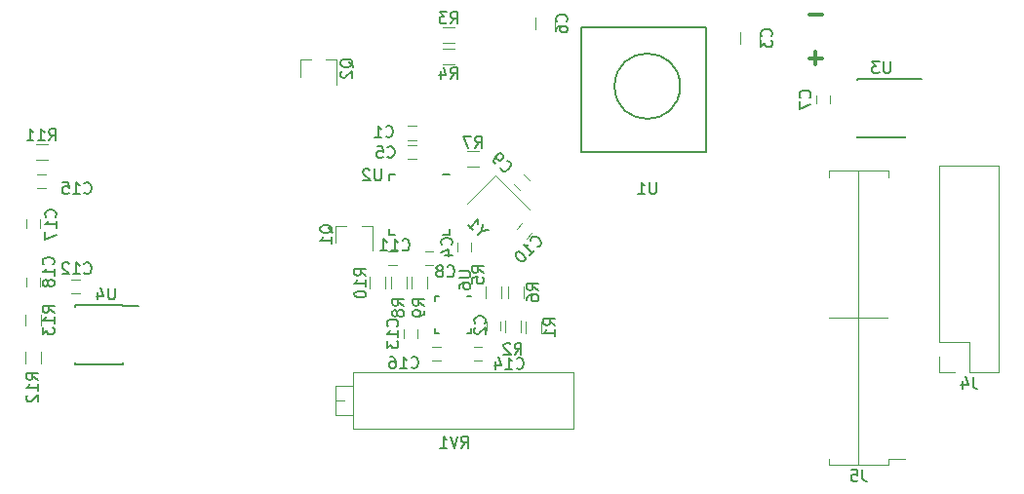
<source format=gbo>
G04 #@! TF.FileFunction,Profile,NP*
%FSLAX46Y46*%
G04 Gerber Fmt 4.6, Leading zero omitted, Abs format (unit mm)*
G04 Created by KiCad (PCBNEW 4.0.7) date *
%MOMM*%
%LPD*%
G01*
G04 APERTURE LIST*
%ADD10C,0.100000*%
%ADD11C,0.300000*%
%ADD12C,0.150000*%
%ADD13C,0.120000*%
G04 APERTURE END LIST*
D10*
D11*
X178498572Y-87102143D02*
X179641429Y-87102143D01*
X179070000Y-87673571D02*
X179070000Y-86530714D01*
X178498572Y-83292143D02*
X179641429Y-83292143D01*
D10*
X180276000Y-109665003D02*
X185355999Y-109665003D01*
X182816000Y-122365004D02*
X182816000Y-96965003D01*
D12*
X142015000Y-97210000D02*
X142015000Y-97735000D01*
X147265000Y-102460000D02*
X147265000Y-101935000D01*
X142015000Y-102460000D02*
X142015000Y-101935000D01*
X147265000Y-97210000D02*
X146740000Y-97210000D01*
X147265000Y-102460000D02*
X146740000Y-102460000D01*
X142015000Y-102460000D02*
X142540000Y-102460000D01*
X142015000Y-97210000D02*
X142540000Y-97210000D01*
D13*
X180210000Y-121890000D02*
X180210000Y-122420000D01*
X180210000Y-122420000D02*
X185410000Y-122420000D01*
X185410000Y-122420000D02*
X185410000Y-121890000D01*
X180210000Y-97430000D02*
X180210000Y-96900000D01*
X180210000Y-96900000D02*
X185410000Y-96900000D01*
X185410000Y-96900000D02*
X185410000Y-97430000D01*
X186830000Y-121890000D02*
X185410000Y-121890000D01*
X142005000Y-105057500D02*
X142705000Y-105057500D01*
X142705000Y-103857500D02*
X142005000Y-103857500D01*
X143680000Y-94199000D02*
X144380000Y-94199000D01*
X144380000Y-92999000D02*
X143680000Y-92999000D01*
X151730000Y-110725000D02*
X151730000Y-110025000D01*
X150530000Y-110025000D02*
X150530000Y-110725000D01*
X174205000Y-84860000D02*
X174205000Y-85860000D01*
X172505000Y-85860000D02*
X172505000Y-84860000D01*
X149190000Y-103855000D02*
X149190000Y-103155000D01*
X147990000Y-103155000D02*
X147990000Y-103855000D01*
X144380000Y-94650000D02*
X143680000Y-94650000D01*
X143680000Y-95850000D02*
X144380000Y-95850000D01*
X156425000Y-83590000D02*
X156425000Y-84590000D01*
X154725000Y-84590000D02*
X154725000Y-83590000D01*
X180305000Y-91040000D02*
X180305000Y-90340000D01*
X179105000Y-90340000D02*
X179105000Y-91040000D01*
X145880000Y-103857500D02*
X145180000Y-103857500D01*
X145180000Y-105057500D02*
X145880000Y-105057500D01*
X152893579Y-98071447D02*
X153388553Y-98566421D01*
X154237081Y-97717893D02*
X153742107Y-97222919D01*
X153951447Y-102802081D02*
X154446421Y-102307107D01*
X153597893Y-101458579D02*
X153102919Y-101953553D01*
X115170000Y-106310000D02*
X114470000Y-106310000D01*
X114470000Y-107510000D02*
X115170000Y-107510000D01*
X144491000Y-111399500D02*
X144491000Y-110699500D01*
X143291000Y-110699500D02*
X143291000Y-111399500D01*
X149395000Y-113376000D02*
X150095000Y-113376000D01*
X150095000Y-112176000D02*
X149395000Y-112176000D01*
X111525000Y-98390000D02*
X112225000Y-98390000D01*
X112225000Y-97190000D02*
X111525000Y-97190000D01*
X145815000Y-113376000D02*
X146515000Y-113376000D01*
X146515000Y-112176000D02*
X145815000Y-112176000D01*
X111725000Y-101835000D02*
X111725000Y-101135000D01*
X110525000Y-101135000D02*
X110525000Y-101835000D01*
X111725000Y-106915000D02*
X111725000Y-106215000D01*
X110525000Y-106215000D02*
X110525000Y-106915000D01*
X189805000Y-96460000D02*
X195005000Y-96460000D01*
X189805000Y-111760000D02*
X189805000Y-96460000D01*
X195005000Y-114360000D02*
X195005000Y-96460000D01*
X189805000Y-111760000D02*
X192405000Y-111760000D01*
X192405000Y-111760000D02*
X192405000Y-114360000D01*
X192405000Y-114360000D02*
X195005000Y-114360000D01*
X189805000Y-113030000D02*
X189805000Y-114360000D01*
X189805000Y-114360000D02*
X191135000Y-114360000D01*
X137421500Y-101649500D02*
X138351500Y-101649500D01*
X140581500Y-101649500D02*
X139651500Y-101649500D01*
X140581500Y-101649500D02*
X140581500Y-103809500D01*
X137421500Y-101649500D02*
X137421500Y-103109500D01*
X134310000Y-87235000D02*
X135240000Y-87235000D01*
X137470000Y-87235000D02*
X136540000Y-87235000D01*
X137470000Y-87235000D02*
X137470000Y-89395000D01*
X134310000Y-87235000D02*
X134310000Y-88695000D01*
X153879000Y-109978000D02*
X153879000Y-110978000D01*
X155239000Y-110978000D02*
X155239000Y-109978000D01*
X153461000Y-110938500D02*
X153461000Y-109938500D01*
X152101000Y-109938500D02*
X152101000Y-110938500D01*
X146705000Y-85770000D02*
X147705000Y-85770000D01*
X147705000Y-84410000D02*
X146705000Y-84410000D01*
X147705000Y-86315000D02*
X146705000Y-86315000D01*
X146705000Y-87675000D02*
X147705000Y-87675000D01*
X150450000Y-106930000D02*
X150450000Y-107930000D01*
X151810000Y-107930000D02*
X151810000Y-106930000D01*
X152355000Y-106930000D02*
X152355000Y-107930000D01*
X153715000Y-107930000D02*
X153715000Y-106930000D01*
X148840000Y-96565000D02*
X149840000Y-96565000D01*
X149840000Y-95205000D02*
X148840000Y-95205000D01*
X142195000Y-106116500D02*
X142195000Y-107116500D01*
X143555000Y-107116500D02*
X143555000Y-106116500D01*
X143973000Y-106128500D02*
X143973000Y-107128500D01*
X145333000Y-107128500D02*
X145333000Y-106128500D01*
X141713500Y-107128500D02*
X141713500Y-106128500D01*
X140353500Y-106128500D02*
X140353500Y-107128500D01*
X110445000Y-112645000D02*
X110445000Y-113645000D01*
X111805000Y-113645000D02*
X111805000Y-112645000D01*
X111805000Y-110355000D02*
X111805000Y-109355000D01*
X110445000Y-109355000D02*
X110445000Y-110355000D01*
X138880000Y-119315000D02*
X158051000Y-119315000D01*
X138880000Y-114364000D02*
X158051000Y-114364000D01*
X138880000Y-119315000D02*
X138880000Y-114364000D01*
X158051000Y-119315000D02*
X158051000Y-114364000D01*
X137360000Y-118080000D02*
X138879000Y-118080000D01*
X137360000Y-115600000D02*
X138879000Y-115600000D01*
X137360000Y-118080000D02*
X137360000Y-115600000D01*
X138879000Y-118080000D02*
X138879000Y-115600000D01*
X137360000Y-116840000D02*
X138120000Y-116840000D01*
D12*
X167304806Y-89535000D02*
G75*
G03X167304806Y-89535000I-2839806J0D01*
G01*
X169545000Y-84455000D02*
X158750000Y-84455000D01*
X158750000Y-95250000D02*
X169545000Y-95250000D01*
X158750000Y-95250000D02*
X158750000Y-84455000D01*
X169545000Y-95250000D02*
X158750000Y-95250000D01*
X169545000Y-84455000D02*
X169545000Y-95250000D01*
X186860000Y-88865000D02*
X186860000Y-88915000D01*
X182710000Y-88865000D02*
X182710000Y-89010000D01*
X182710000Y-94015000D02*
X182710000Y-93870000D01*
X186860000Y-94015000D02*
X186860000Y-93870000D01*
X186860000Y-88865000D02*
X182710000Y-88865000D01*
X186860000Y-94015000D02*
X182710000Y-94015000D01*
X186860000Y-88915000D02*
X188260000Y-88915000D01*
X118915000Y-108550000D02*
X118915000Y-108600000D01*
X114765000Y-108550000D02*
X114765000Y-108695000D01*
X114765000Y-113700000D02*
X114765000Y-113555000D01*
X118915000Y-113700000D02*
X118915000Y-113555000D01*
X118915000Y-108550000D02*
X114765000Y-108550000D01*
X118915000Y-113700000D02*
X114765000Y-113700000D01*
X118915000Y-108600000D02*
X120315000Y-108600000D01*
X149190000Y-110971000D02*
X149190000Y-110571000D01*
X149190000Y-110971000D02*
X148790000Y-110971000D01*
X145990000Y-110971000D02*
X145990000Y-110571000D01*
X145990000Y-110971000D02*
X146390000Y-110971000D01*
X145990000Y-107771000D02*
X145990000Y-108171000D01*
X145990000Y-107771000D02*
X146390000Y-107771000D01*
X149190000Y-107771000D02*
X148790000Y-107771000D01*
D13*
X148792359Y-99767513D02*
X151267233Y-97292639D01*
X151267233Y-97292639D02*
X154237081Y-100262487D01*
X111375000Y-95930000D02*
X112375000Y-95930000D01*
X112375000Y-94570000D02*
X111375000Y-94570000D01*
D12*
X141350905Y-96734381D02*
X141350905Y-97543905D01*
X141303286Y-97639143D01*
X141255667Y-97686762D01*
X141160429Y-97734381D01*
X140969952Y-97734381D01*
X140874714Y-97686762D01*
X140827095Y-97639143D01*
X140779476Y-97543905D01*
X140779476Y-96734381D01*
X140350905Y-96829619D02*
X140303286Y-96782000D01*
X140208048Y-96734381D01*
X139969952Y-96734381D01*
X139874714Y-96782000D01*
X139827095Y-96829619D01*
X139779476Y-96924857D01*
X139779476Y-97020095D01*
X139827095Y-97162952D01*
X140398524Y-97734381D01*
X139779476Y-97734381D01*
X183143333Y-122872381D02*
X183143333Y-123586667D01*
X183190953Y-123729524D01*
X183286191Y-123824762D01*
X183429048Y-123872381D01*
X183524286Y-123872381D01*
X182190952Y-122872381D02*
X182667143Y-122872381D01*
X182714762Y-123348571D01*
X182667143Y-123300952D01*
X182571905Y-123253333D01*
X182333809Y-123253333D01*
X182238571Y-123300952D01*
X182190952Y-123348571D01*
X182143333Y-123443810D01*
X182143333Y-123681905D01*
X182190952Y-123777143D01*
X182238571Y-123824762D01*
X182333809Y-123872381D01*
X182571905Y-123872381D01*
X182667143Y-123824762D01*
X182714762Y-123777143D01*
X143200357Y-103735143D02*
X143247976Y-103782762D01*
X143390833Y-103830381D01*
X143486071Y-103830381D01*
X143628929Y-103782762D01*
X143724167Y-103687524D01*
X143771786Y-103592286D01*
X143819405Y-103401810D01*
X143819405Y-103258952D01*
X143771786Y-103068476D01*
X143724167Y-102973238D01*
X143628929Y-102878000D01*
X143486071Y-102830381D01*
X143390833Y-102830381D01*
X143247976Y-102878000D01*
X143200357Y-102925619D01*
X142247976Y-103830381D02*
X142819405Y-103830381D01*
X142533691Y-103830381D02*
X142533691Y-102830381D01*
X142628929Y-102973238D01*
X142724167Y-103068476D01*
X142819405Y-103116095D01*
X141295595Y-103830381D02*
X141867024Y-103830381D01*
X141581310Y-103830381D02*
X141581310Y-102830381D01*
X141676548Y-102973238D01*
X141771786Y-103068476D01*
X141867024Y-103116095D01*
X141771666Y-93892643D02*
X141819285Y-93940262D01*
X141962142Y-93987881D01*
X142057380Y-93987881D01*
X142200238Y-93940262D01*
X142295476Y-93845024D01*
X142343095Y-93749786D01*
X142390714Y-93559310D01*
X142390714Y-93416452D01*
X142343095Y-93225976D01*
X142295476Y-93130738D01*
X142200238Y-93035500D01*
X142057380Y-92987881D01*
X141962142Y-92987881D01*
X141819285Y-93035500D01*
X141771666Y-93083119D01*
X140819285Y-93987881D02*
X141390714Y-93987881D01*
X141105000Y-93987881D02*
X141105000Y-92987881D01*
X141200238Y-93130738D01*
X141295476Y-93225976D01*
X141390714Y-93273595D01*
X150344143Y-110132834D02*
X150391762Y-110085215D01*
X150439381Y-109942358D01*
X150439381Y-109847120D01*
X150391762Y-109704262D01*
X150296524Y-109609024D01*
X150201286Y-109561405D01*
X150010810Y-109513786D01*
X149867952Y-109513786D01*
X149677476Y-109561405D01*
X149582238Y-109609024D01*
X149487000Y-109704262D01*
X149439381Y-109847120D01*
X149439381Y-109942358D01*
X149487000Y-110085215D01*
X149534619Y-110132834D01*
X149534619Y-110513786D02*
X149487000Y-110561405D01*
X149439381Y-110656643D01*
X149439381Y-110894739D01*
X149487000Y-110989977D01*
X149534619Y-111037596D01*
X149629857Y-111085215D01*
X149725095Y-111085215D01*
X149867952Y-111037596D01*
X150439381Y-110466167D01*
X150439381Y-111085215D01*
X175212143Y-85193334D02*
X175259762Y-85145715D01*
X175307381Y-85002858D01*
X175307381Y-84907620D01*
X175259762Y-84764762D01*
X175164524Y-84669524D01*
X175069286Y-84621905D01*
X174878810Y-84574286D01*
X174735952Y-84574286D01*
X174545476Y-84621905D01*
X174450238Y-84669524D01*
X174355000Y-84764762D01*
X174307381Y-84907620D01*
X174307381Y-85002858D01*
X174355000Y-85145715D01*
X174402619Y-85193334D01*
X174307381Y-85526667D02*
X174307381Y-86145715D01*
X174688333Y-85812381D01*
X174688333Y-85955239D01*
X174735952Y-86050477D01*
X174783571Y-86098096D01*
X174878810Y-86145715D01*
X175116905Y-86145715D01*
X175212143Y-86098096D01*
X175259762Y-86050477D01*
X175307381Y-85955239D01*
X175307381Y-85669524D01*
X175259762Y-85574286D01*
X175212143Y-85526667D01*
X147447143Y-103338334D02*
X147494762Y-103290715D01*
X147542381Y-103147858D01*
X147542381Y-103052620D01*
X147494762Y-102909762D01*
X147399524Y-102814524D01*
X147304286Y-102766905D01*
X147113810Y-102719286D01*
X146970952Y-102719286D01*
X146780476Y-102766905D01*
X146685238Y-102814524D01*
X146590000Y-102909762D01*
X146542381Y-103052620D01*
X146542381Y-103147858D01*
X146590000Y-103290715D01*
X146637619Y-103338334D01*
X146875714Y-104195477D02*
X147542381Y-104195477D01*
X146494762Y-103957381D02*
X147209048Y-103719286D01*
X147209048Y-104338334D01*
X141898666Y-95670643D02*
X141946285Y-95718262D01*
X142089142Y-95765881D01*
X142184380Y-95765881D01*
X142327238Y-95718262D01*
X142422476Y-95623024D01*
X142470095Y-95527786D01*
X142517714Y-95337310D01*
X142517714Y-95194452D01*
X142470095Y-95003976D01*
X142422476Y-94908738D01*
X142327238Y-94813500D01*
X142184380Y-94765881D01*
X142089142Y-94765881D01*
X141946285Y-94813500D01*
X141898666Y-94861119D01*
X140993904Y-94765881D02*
X141470095Y-94765881D01*
X141517714Y-95242071D01*
X141470095Y-95194452D01*
X141374857Y-95146833D01*
X141136761Y-95146833D01*
X141041523Y-95194452D01*
X140993904Y-95242071D01*
X140946285Y-95337310D01*
X140946285Y-95575405D01*
X140993904Y-95670643D01*
X141041523Y-95718262D01*
X141136761Y-95765881D01*
X141374857Y-95765881D01*
X141470095Y-95718262D01*
X141517714Y-95670643D01*
X157432143Y-83923334D02*
X157479762Y-83875715D01*
X157527381Y-83732858D01*
X157527381Y-83637620D01*
X157479762Y-83494762D01*
X157384524Y-83399524D01*
X157289286Y-83351905D01*
X157098810Y-83304286D01*
X156955952Y-83304286D01*
X156765476Y-83351905D01*
X156670238Y-83399524D01*
X156575000Y-83494762D01*
X156527381Y-83637620D01*
X156527381Y-83732858D01*
X156575000Y-83875715D01*
X156622619Y-83923334D01*
X156527381Y-84780477D02*
X156527381Y-84590000D01*
X156575000Y-84494762D01*
X156622619Y-84447143D01*
X156765476Y-84351905D01*
X156955952Y-84304286D01*
X157336905Y-84304286D01*
X157432143Y-84351905D01*
X157479762Y-84399524D01*
X157527381Y-84494762D01*
X157527381Y-84685239D01*
X157479762Y-84780477D01*
X157432143Y-84828096D01*
X157336905Y-84875715D01*
X157098810Y-84875715D01*
X157003571Y-84828096D01*
X156955952Y-84780477D01*
X156908333Y-84685239D01*
X156908333Y-84494762D01*
X156955952Y-84399524D01*
X157003571Y-84351905D01*
X157098810Y-84304286D01*
X178562143Y-90523334D02*
X178609762Y-90475715D01*
X178657381Y-90332858D01*
X178657381Y-90237620D01*
X178609762Y-90094762D01*
X178514524Y-89999524D01*
X178419286Y-89951905D01*
X178228810Y-89904286D01*
X178085952Y-89904286D01*
X177895476Y-89951905D01*
X177800238Y-89999524D01*
X177705000Y-90094762D01*
X177657381Y-90237620D01*
X177657381Y-90332858D01*
X177705000Y-90475715D01*
X177752619Y-90523334D01*
X177657381Y-90856667D02*
X177657381Y-91523334D01*
X178657381Y-91094762D01*
X147105666Y-106021143D02*
X147153285Y-106068762D01*
X147296142Y-106116381D01*
X147391380Y-106116381D01*
X147534238Y-106068762D01*
X147629476Y-105973524D01*
X147677095Y-105878286D01*
X147724714Y-105687810D01*
X147724714Y-105544952D01*
X147677095Y-105354476D01*
X147629476Y-105259238D01*
X147534238Y-105164000D01*
X147391380Y-105116381D01*
X147296142Y-105116381D01*
X147153285Y-105164000D01*
X147105666Y-105211619D01*
X146534238Y-105544952D02*
X146629476Y-105497333D01*
X146677095Y-105449714D01*
X146724714Y-105354476D01*
X146724714Y-105306857D01*
X146677095Y-105211619D01*
X146629476Y-105164000D01*
X146534238Y-105116381D01*
X146343761Y-105116381D01*
X146248523Y-105164000D01*
X146200904Y-105211619D01*
X146153285Y-105306857D01*
X146153285Y-105354476D01*
X146200904Y-105449714D01*
X146248523Y-105497333D01*
X146343761Y-105544952D01*
X146534238Y-105544952D01*
X146629476Y-105592571D01*
X146677095Y-105640190D01*
X146724714Y-105735429D01*
X146724714Y-105925905D01*
X146677095Y-106021143D01*
X146629476Y-106068762D01*
X146534238Y-106116381D01*
X146343761Y-106116381D01*
X146248523Y-106068762D01*
X146200904Y-106021143D01*
X146153285Y-105925905D01*
X146153285Y-105735429D01*
X146200904Y-105640190D01*
X146248523Y-105592571D01*
X146343761Y-105544952D01*
X151693812Y-96572889D02*
X151693812Y-96640232D01*
X151761156Y-96774919D01*
X151828499Y-96842263D01*
X151963187Y-96909607D01*
X152097874Y-96909607D01*
X152198889Y-96875935D01*
X152367247Y-96774920D01*
X152468263Y-96673904D01*
X152569278Y-96505545D01*
X152602950Y-96404530D01*
X152602950Y-96269843D01*
X152535606Y-96135156D01*
X152468263Y-96067812D01*
X152333576Y-96000469D01*
X152266232Y-96000469D01*
X151289752Y-96303515D02*
X151155065Y-96168828D01*
X151121393Y-96067812D01*
X151121393Y-96000469D01*
X151155064Y-95832110D01*
X151256079Y-95663752D01*
X151525454Y-95394377D01*
X151626469Y-95360706D01*
X151693812Y-95360706D01*
X151794828Y-95394377D01*
X151929515Y-95529065D01*
X151963187Y-95630080D01*
X151963187Y-95697424D01*
X151929515Y-95798439D01*
X151761157Y-95966797D01*
X151660141Y-96000469D01*
X151592797Y-96000470D01*
X151491782Y-95966798D01*
X151357095Y-95832110D01*
X151323423Y-95731095D01*
X151323424Y-95663751D01*
X151357095Y-95562736D01*
X154885107Y-103493470D02*
X154952450Y-103493470D01*
X155087137Y-103426126D01*
X155154481Y-103358783D01*
X155221825Y-103224095D01*
X155221825Y-103089408D01*
X155188153Y-102988393D01*
X155087138Y-102820035D01*
X154986122Y-102719019D01*
X154817763Y-102618004D01*
X154716748Y-102584332D01*
X154582061Y-102584332D01*
X154447374Y-102651676D01*
X154380030Y-102719019D01*
X154312687Y-102853706D01*
X154312687Y-102921050D01*
X154279015Y-104234248D02*
X154683076Y-103830187D01*
X154481046Y-104032217D02*
X153773939Y-103325110D01*
X153942298Y-103358782D01*
X154076985Y-103358782D01*
X154178000Y-103325110D01*
X153134176Y-103964874D02*
X153066832Y-104032218D01*
X153033160Y-104133233D01*
X153033160Y-104200576D01*
X153066832Y-104301592D01*
X153167847Y-104469950D01*
X153336206Y-104638310D01*
X153504565Y-104739325D01*
X153605580Y-104772996D01*
X153672924Y-104772996D01*
X153773939Y-104739325D01*
X153841283Y-104671981D01*
X153874955Y-104570965D01*
X153874955Y-104503622D01*
X153841283Y-104402607D01*
X153740268Y-104234248D01*
X153571908Y-104065889D01*
X153403550Y-103964874D01*
X153302535Y-103931202D01*
X153235191Y-103931202D01*
X153134176Y-103964874D01*
X115577857Y-105767143D02*
X115625476Y-105814762D01*
X115768333Y-105862381D01*
X115863571Y-105862381D01*
X116006429Y-105814762D01*
X116101667Y-105719524D01*
X116149286Y-105624286D01*
X116196905Y-105433810D01*
X116196905Y-105290952D01*
X116149286Y-105100476D01*
X116101667Y-105005238D01*
X116006429Y-104910000D01*
X115863571Y-104862381D01*
X115768333Y-104862381D01*
X115625476Y-104910000D01*
X115577857Y-104957619D01*
X114625476Y-105862381D02*
X115196905Y-105862381D01*
X114911191Y-105862381D02*
X114911191Y-104862381D01*
X115006429Y-105005238D01*
X115101667Y-105100476D01*
X115196905Y-105148095D01*
X114244524Y-104957619D02*
X114196905Y-104910000D01*
X114101667Y-104862381D01*
X113863571Y-104862381D01*
X113768333Y-104910000D01*
X113720714Y-104957619D01*
X113673095Y-105052857D01*
X113673095Y-105148095D01*
X113720714Y-105290952D01*
X114292143Y-105862381D01*
X113673095Y-105862381D01*
X142748143Y-110406643D02*
X142795762Y-110359024D01*
X142843381Y-110216167D01*
X142843381Y-110120929D01*
X142795762Y-109978071D01*
X142700524Y-109882833D01*
X142605286Y-109835214D01*
X142414810Y-109787595D01*
X142271952Y-109787595D01*
X142081476Y-109835214D01*
X141986238Y-109882833D01*
X141891000Y-109978071D01*
X141843381Y-110120929D01*
X141843381Y-110216167D01*
X141891000Y-110359024D01*
X141938619Y-110406643D01*
X142843381Y-111359024D02*
X142843381Y-110787595D01*
X142843381Y-111073309D02*
X141843381Y-111073309D01*
X141986238Y-110978071D01*
X142081476Y-110882833D01*
X142129095Y-110787595D01*
X141843381Y-111692357D02*
X141843381Y-112311405D01*
X142224333Y-111978071D01*
X142224333Y-112120929D01*
X142271952Y-112216167D01*
X142319571Y-112263786D01*
X142414810Y-112311405D01*
X142652905Y-112311405D01*
X142748143Y-112263786D01*
X142795762Y-112216167D01*
X142843381Y-112120929D01*
X142843381Y-111835214D01*
X142795762Y-111739976D01*
X142748143Y-111692357D01*
X153106357Y-114022143D02*
X153153976Y-114069762D01*
X153296833Y-114117381D01*
X153392071Y-114117381D01*
X153534929Y-114069762D01*
X153630167Y-113974524D01*
X153677786Y-113879286D01*
X153725405Y-113688810D01*
X153725405Y-113545952D01*
X153677786Y-113355476D01*
X153630167Y-113260238D01*
X153534929Y-113165000D01*
X153392071Y-113117381D01*
X153296833Y-113117381D01*
X153153976Y-113165000D01*
X153106357Y-113212619D01*
X152153976Y-114117381D02*
X152725405Y-114117381D01*
X152439691Y-114117381D02*
X152439691Y-113117381D01*
X152534929Y-113260238D01*
X152630167Y-113355476D01*
X152725405Y-113403095D01*
X151296833Y-113450714D02*
X151296833Y-114117381D01*
X151534929Y-113069762D02*
X151773024Y-113784048D01*
X151153976Y-113784048D01*
X115577857Y-98782143D02*
X115625476Y-98829762D01*
X115768333Y-98877381D01*
X115863571Y-98877381D01*
X116006429Y-98829762D01*
X116101667Y-98734524D01*
X116149286Y-98639286D01*
X116196905Y-98448810D01*
X116196905Y-98305952D01*
X116149286Y-98115476D01*
X116101667Y-98020238D01*
X116006429Y-97925000D01*
X115863571Y-97877381D01*
X115768333Y-97877381D01*
X115625476Y-97925000D01*
X115577857Y-97972619D01*
X114625476Y-98877381D02*
X115196905Y-98877381D01*
X114911191Y-98877381D02*
X114911191Y-97877381D01*
X115006429Y-98020238D01*
X115101667Y-98115476D01*
X115196905Y-98163095D01*
X113720714Y-97877381D02*
X114196905Y-97877381D01*
X114244524Y-98353571D01*
X114196905Y-98305952D01*
X114101667Y-98258333D01*
X113863571Y-98258333D01*
X113768333Y-98305952D01*
X113720714Y-98353571D01*
X113673095Y-98448810D01*
X113673095Y-98686905D01*
X113720714Y-98782143D01*
X113768333Y-98829762D01*
X113863571Y-98877381D01*
X114101667Y-98877381D01*
X114196905Y-98829762D01*
X114244524Y-98782143D01*
X143962357Y-113958643D02*
X144009976Y-114006262D01*
X144152833Y-114053881D01*
X144248071Y-114053881D01*
X144390929Y-114006262D01*
X144486167Y-113911024D01*
X144533786Y-113815786D01*
X144581405Y-113625310D01*
X144581405Y-113482452D01*
X144533786Y-113291976D01*
X144486167Y-113196738D01*
X144390929Y-113101500D01*
X144248071Y-113053881D01*
X144152833Y-113053881D01*
X144009976Y-113101500D01*
X143962357Y-113149119D01*
X143009976Y-114053881D02*
X143581405Y-114053881D01*
X143295691Y-114053881D02*
X143295691Y-113053881D01*
X143390929Y-113196738D01*
X143486167Y-113291976D01*
X143581405Y-113339595D01*
X142152833Y-113053881D02*
X142343310Y-113053881D01*
X142438548Y-113101500D01*
X142486167Y-113149119D01*
X142581405Y-113291976D01*
X142629024Y-113482452D01*
X142629024Y-113863405D01*
X142581405Y-113958643D01*
X142533786Y-114006262D01*
X142438548Y-114053881D01*
X142248071Y-114053881D01*
X142152833Y-114006262D01*
X142105214Y-113958643D01*
X142057595Y-113863405D01*
X142057595Y-113625310D01*
X142105214Y-113530071D01*
X142152833Y-113482452D01*
X142248071Y-113434833D01*
X142438548Y-113434833D01*
X142533786Y-113482452D01*
X142581405Y-113530071D01*
X142629024Y-113625310D01*
X113069643Y-100893643D02*
X113117262Y-100846024D01*
X113164881Y-100703167D01*
X113164881Y-100607929D01*
X113117262Y-100465071D01*
X113022024Y-100369833D01*
X112926786Y-100322214D01*
X112736310Y-100274595D01*
X112593452Y-100274595D01*
X112402976Y-100322214D01*
X112307738Y-100369833D01*
X112212500Y-100465071D01*
X112164881Y-100607929D01*
X112164881Y-100703167D01*
X112212500Y-100846024D01*
X112260119Y-100893643D01*
X113164881Y-101846024D02*
X113164881Y-101274595D01*
X113164881Y-101560309D02*
X112164881Y-101560309D01*
X112307738Y-101465071D01*
X112402976Y-101369833D01*
X112450595Y-101274595D01*
X112164881Y-102179357D02*
X112164881Y-102846024D01*
X113164881Y-102417452D01*
X112879143Y-105021143D02*
X112926762Y-104973524D01*
X112974381Y-104830667D01*
X112974381Y-104735429D01*
X112926762Y-104592571D01*
X112831524Y-104497333D01*
X112736286Y-104449714D01*
X112545810Y-104402095D01*
X112402952Y-104402095D01*
X112212476Y-104449714D01*
X112117238Y-104497333D01*
X112022000Y-104592571D01*
X111974381Y-104735429D01*
X111974381Y-104830667D01*
X112022000Y-104973524D01*
X112069619Y-105021143D01*
X112974381Y-105973524D02*
X112974381Y-105402095D01*
X112974381Y-105687809D02*
X111974381Y-105687809D01*
X112117238Y-105592571D01*
X112212476Y-105497333D01*
X112260095Y-105402095D01*
X112402952Y-106544952D02*
X112355333Y-106449714D01*
X112307714Y-106402095D01*
X112212476Y-106354476D01*
X112164857Y-106354476D01*
X112069619Y-106402095D01*
X112022000Y-106449714D01*
X111974381Y-106544952D01*
X111974381Y-106735429D01*
X112022000Y-106830667D01*
X112069619Y-106878286D01*
X112164857Y-106925905D01*
X112212476Y-106925905D01*
X112307714Y-106878286D01*
X112355333Y-106830667D01*
X112402952Y-106735429D01*
X112402952Y-106544952D01*
X112450571Y-106449714D01*
X112498190Y-106402095D01*
X112593429Y-106354476D01*
X112783905Y-106354476D01*
X112879143Y-106402095D01*
X112926762Y-106449714D01*
X112974381Y-106544952D01*
X112974381Y-106735429D01*
X112926762Y-106830667D01*
X112879143Y-106878286D01*
X112783905Y-106925905D01*
X112593429Y-106925905D01*
X112498190Y-106878286D01*
X112450571Y-106830667D01*
X112402952Y-106735429D01*
X192738333Y-114812381D02*
X192738333Y-115526667D01*
X192785953Y-115669524D01*
X192881191Y-115764762D01*
X193024048Y-115812381D01*
X193119286Y-115812381D01*
X191833571Y-115145714D02*
X191833571Y-115812381D01*
X192071667Y-114764762D02*
X192309762Y-115479048D01*
X191690714Y-115479048D01*
X137136119Y-102314262D02*
X137088500Y-102219024D01*
X136993262Y-102123786D01*
X136850405Y-101980929D01*
X136802786Y-101885690D01*
X136802786Y-101790452D01*
X137040881Y-101838071D02*
X136993262Y-101742833D01*
X136898024Y-101647595D01*
X136707548Y-101599976D01*
X136374214Y-101599976D01*
X136183738Y-101647595D01*
X136088500Y-101742833D01*
X136040881Y-101838071D01*
X136040881Y-102028548D01*
X136088500Y-102123786D01*
X136183738Y-102219024D01*
X136374214Y-102266643D01*
X136707548Y-102266643D01*
X136898024Y-102219024D01*
X136993262Y-102123786D01*
X137040881Y-102028548D01*
X137040881Y-101838071D01*
X137040881Y-103219024D02*
X137040881Y-102647595D01*
X137040881Y-102933309D02*
X136040881Y-102933309D01*
X136183738Y-102838071D01*
X136278976Y-102742833D01*
X136326595Y-102647595D01*
X138937619Y-87899762D02*
X138890000Y-87804524D01*
X138794762Y-87709286D01*
X138651905Y-87566429D01*
X138604286Y-87471190D01*
X138604286Y-87375952D01*
X138842381Y-87423571D02*
X138794762Y-87328333D01*
X138699524Y-87233095D01*
X138509048Y-87185476D01*
X138175714Y-87185476D01*
X137985238Y-87233095D01*
X137890000Y-87328333D01*
X137842381Y-87423571D01*
X137842381Y-87614048D01*
X137890000Y-87709286D01*
X137985238Y-87804524D01*
X138175714Y-87852143D01*
X138509048Y-87852143D01*
X138699524Y-87804524D01*
X138794762Y-87709286D01*
X138842381Y-87614048D01*
X138842381Y-87423571D01*
X137937619Y-88233095D02*
X137890000Y-88280714D01*
X137842381Y-88375952D01*
X137842381Y-88614048D01*
X137890000Y-88709286D01*
X137937619Y-88756905D01*
X138032857Y-88804524D01*
X138128095Y-88804524D01*
X138270952Y-88756905D01*
X138842381Y-88185476D01*
X138842381Y-88804524D01*
X156461381Y-110311334D02*
X155985190Y-109978000D01*
X156461381Y-109739905D02*
X155461381Y-109739905D01*
X155461381Y-110120858D01*
X155509000Y-110216096D01*
X155556619Y-110263715D01*
X155651857Y-110311334D01*
X155794714Y-110311334D01*
X155889952Y-110263715D01*
X155937571Y-110216096D01*
X155985190Y-110120858D01*
X155985190Y-109739905D01*
X156461381Y-111263715D02*
X156461381Y-110692286D01*
X156461381Y-110978000D02*
X155461381Y-110978000D01*
X155604238Y-110882762D01*
X155699476Y-110787524D01*
X155747095Y-110692286D01*
X152947666Y-112847381D02*
X153281000Y-112371190D01*
X153519095Y-112847381D02*
X153519095Y-111847381D01*
X153138142Y-111847381D01*
X153042904Y-111895000D01*
X152995285Y-111942619D01*
X152947666Y-112037857D01*
X152947666Y-112180714D01*
X152995285Y-112275952D01*
X153042904Y-112323571D01*
X153138142Y-112371190D01*
X153519095Y-112371190D01*
X152566714Y-111942619D02*
X152519095Y-111895000D01*
X152423857Y-111847381D01*
X152185761Y-111847381D01*
X152090523Y-111895000D01*
X152042904Y-111942619D01*
X151995285Y-112037857D01*
X151995285Y-112133095D01*
X152042904Y-112275952D01*
X152614333Y-112847381D01*
X151995285Y-112847381D01*
X147371666Y-84092381D02*
X147705000Y-83616190D01*
X147943095Y-84092381D02*
X147943095Y-83092381D01*
X147562142Y-83092381D01*
X147466904Y-83140000D01*
X147419285Y-83187619D01*
X147371666Y-83282857D01*
X147371666Y-83425714D01*
X147419285Y-83520952D01*
X147466904Y-83568571D01*
X147562142Y-83616190D01*
X147943095Y-83616190D01*
X147038333Y-83092381D02*
X146419285Y-83092381D01*
X146752619Y-83473333D01*
X146609761Y-83473333D01*
X146514523Y-83520952D01*
X146466904Y-83568571D01*
X146419285Y-83663810D01*
X146419285Y-83901905D01*
X146466904Y-83997143D01*
X146514523Y-84044762D01*
X146609761Y-84092381D01*
X146895476Y-84092381D01*
X146990714Y-84044762D01*
X147038333Y-83997143D01*
X147371666Y-88897381D02*
X147705000Y-88421190D01*
X147943095Y-88897381D02*
X147943095Y-87897381D01*
X147562142Y-87897381D01*
X147466904Y-87945000D01*
X147419285Y-87992619D01*
X147371666Y-88087857D01*
X147371666Y-88230714D01*
X147419285Y-88325952D01*
X147466904Y-88373571D01*
X147562142Y-88421190D01*
X147943095Y-88421190D01*
X146514523Y-88230714D02*
X146514523Y-88897381D01*
X146752619Y-87849762D02*
X146990714Y-88564048D01*
X146371666Y-88564048D01*
X150248881Y-105751334D02*
X149772690Y-105418000D01*
X150248881Y-105179905D02*
X149248881Y-105179905D01*
X149248881Y-105560858D01*
X149296500Y-105656096D01*
X149344119Y-105703715D01*
X149439357Y-105751334D01*
X149582214Y-105751334D01*
X149677452Y-105703715D01*
X149725071Y-105656096D01*
X149772690Y-105560858D01*
X149772690Y-105179905D01*
X149248881Y-106656096D02*
X149248881Y-106179905D01*
X149725071Y-106132286D01*
X149677452Y-106179905D01*
X149629833Y-106275143D01*
X149629833Y-106513239D01*
X149677452Y-106608477D01*
X149725071Y-106656096D01*
X149820310Y-106703715D01*
X150058405Y-106703715D01*
X150153643Y-106656096D01*
X150201262Y-106608477D01*
X150248881Y-106513239D01*
X150248881Y-106275143D01*
X150201262Y-106179905D01*
X150153643Y-106132286D01*
X155011381Y-107263334D02*
X154535190Y-106930000D01*
X155011381Y-106691905D02*
X154011381Y-106691905D01*
X154011381Y-107072858D01*
X154059000Y-107168096D01*
X154106619Y-107215715D01*
X154201857Y-107263334D01*
X154344714Y-107263334D01*
X154439952Y-107215715D01*
X154487571Y-107168096D01*
X154535190Y-107072858D01*
X154535190Y-106691905D01*
X154011381Y-108120477D02*
X154011381Y-107930000D01*
X154059000Y-107834762D01*
X154106619Y-107787143D01*
X154249476Y-107691905D01*
X154439952Y-107644286D01*
X154820905Y-107644286D01*
X154916143Y-107691905D01*
X154963762Y-107739524D01*
X155011381Y-107834762D01*
X155011381Y-108025239D01*
X154963762Y-108120477D01*
X154916143Y-108168096D01*
X154820905Y-108215715D01*
X154582810Y-108215715D01*
X154487571Y-108168096D01*
X154439952Y-108120477D01*
X154392333Y-108025239D01*
X154392333Y-107834762D01*
X154439952Y-107739524D01*
X154487571Y-107691905D01*
X154582810Y-107644286D01*
X149506666Y-94887381D02*
X149840000Y-94411190D01*
X150078095Y-94887381D02*
X150078095Y-93887381D01*
X149697142Y-93887381D01*
X149601904Y-93935000D01*
X149554285Y-93982619D01*
X149506666Y-94077857D01*
X149506666Y-94220714D01*
X149554285Y-94315952D01*
X149601904Y-94363571D01*
X149697142Y-94411190D01*
X150078095Y-94411190D01*
X149173333Y-93887381D02*
X148506666Y-93887381D01*
X148935238Y-94887381D01*
X143327381Y-108608834D02*
X142851190Y-108275500D01*
X143327381Y-108037405D02*
X142327381Y-108037405D01*
X142327381Y-108418358D01*
X142375000Y-108513596D01*
X142422619Y-108561215D01*
X142517857Y-108608834D01*
X142660714Y-108608834D01*
X142755952Y-108561215D01*
X142803571Y-108513596D01*
X142851190Y-108418358D01*
X142851190Y-108037405D01*
X142755952Y-109180262D02*
X142708333Y-109085024D01*
X142660714Y-109037405D01*
X142565476Y-108989786D01*
X142517857Y-108989786D01*
X142422619Y-109037405D01*
X142375000Y-109085024D01*
X142327381Y-109180262D01*
X142327381Y-109370739D01*
X142375000Y-109465977D01*
X142422619Y-109513596D01*
X142517857Y-109561215D01*
X142565476Y-109561215D01*
X142660714Y-109513596D01*
X142708333Y-109465977D01*
X142755952Y-109370739D01*
X142755952Y-109180262D01*
X142803571Y-109085024D01*
X142851190Y-109037405D01*
X142946429Y-108989786D01*
X143136905Y-108989786D01*
X143232143Y-109037405D01*
X143279762Y-109085024D01*
X143327381Y-109180262D01*
X143327381Y-109370739D01*
X143279762Y-109465977D01*
X143232143Y-109513596D01*
X143136905Y-109561215D01*
X142946429Y-109561215D01*
X142851190Y-109513596D01*
X142803571Y-109465977D01*
X142755952Y-109370739D01*
X145105381Y-108608834D02*
X144629190Y-108275500D01*
X145105381Y-108037405D02*
X144105381Y-108037405D01*
X144105381Y-108418358D01*
X144153000Y-108513596D01*
X144200619Y-108561215D01*
X144295857Y-108608834D01*
X144438714Y-108608834D01*
X144533952Y-108561215D01*
X144581571Y-108513596D01*
X144629190Y-108418358D01*
X144629190Y-108037405D01*
X145105381Y-109085024D02*
X145105381Y-109275500D01*
X145057762Y-109370739D01*
X145010143Y-109418358D01*
X144867286Y-109513596D01*
X144676810Y-109561215D01*
X144295857Y-109561215D01*
X144200619Y-109513596D01*
X144153000Y-109465977D01*
X144105381Y-109370739D01*
X144105381Y-109180262D01*
X144153000Y-109085024D01*
X144200619Y-109037405D01*
X144295857Y-108989786D01*
X144533952Y-108989786D01*
X144629190Y-109037405D01*
X144676810Y-109085024D01*
X144724429Y-109180262D01*
X144724429Y-109370739D01*
X144676810Y-109465977D01*
X144629190Y-109513596D01*
X144533952Y-109561215D01*
X140035881Y-105985643D02*
X139559690Y-105652309D01*
X140035881Y-105414214D02*
X139035881Y-105414214D01*
X139035881Y-105795167D01*
X139083500Y-105890405D01*
X139131119Y-105938024D01*
X139226357Y-105985643D01*
X139369214Y-105985643D01*
X139464452Y-105938024D01*
X139512071Y-105890405D01*
X139559690Y-105795167D01*
X139559690Y-105414214D01*
X140035881Y-106938024D02*
X140035881Y-106366595D01*
X140035881Y-106652309D02*
X139035881Y-106652309D01*
X139178738Y-106557071D01*
X139273976Y-106461833D01*
X139321595Y-106366595D01*
X139035881Y-107557071D02*
X139035881Y-107652310D01*
X139083500Y-107747548D01*
X139131119Y-107795167D01*
X139226357Y-107842786D01*
X139416833Y-107890405D01*
X139654929Y-107890405D01*
X139845405Y-107842786D01*
X139940643Y-107795167D01*
X139988262Y-107747548D01*
X140035881Y-107652310D01*
X140035881Y-107557071D01*
X139988262Y-107461833D01*
X139940643Y-107414214D01*
X139845405Y-107366595D01*
X139654929Y-107318976D01*
X139416833Y-107318976D01*
X139226357Y-107366595D01*
X139131119Y-107414214D01*
X139083500Y-107461833D01*
X139035881Y-107557071D01*
X111577381Y-115054143D02*
X111101190Y-114720809D01*
X111577381Y-114482714D02*
X110577381Y-114482714D01*
X110577381Y-114863667D01*
X110625000Y-114958905D01*
X110672619Y-115006524D01*
X110767857Y-115054143D01*
X110910714Y-115054143D01*
X111005952Y-115006524D01*
X111053571Y-114958905D01*
X111101190Y-114863667D01*
X111101190Y-114482714D01*
X111577381Y-116006524D02*
X111577381Y-115435095D01*
X111577381Y-115720809D02*
X110577381Y-115720809D01*
X110720238Y-115625571D01*
X110815476Y-115530333D01*
X110863095Y-115435095D01*
X110672619Y-116387476D02*
X110625000Y-116435095D01*
X110577381Y-116530333D01*
X110577381Y-116768429D01*
X110625000Y-116863667D01*
X110672619Y-116911286D01*
X110767857Y-116958905D01*
X110863095Y-116958905D01*
X111005952Y-116911286D01*
X111577381Y-116339857D01*
X111577381Y-116958905D01*
X112974381Y-109212143D02*
X112498190Y-108878809D01*
X112974381Y-108640714D02*
X111974381Y-108640714D01*
X111974381Y-109021667D01*
X112022000Y-109116905D01*
X112069619Y-109164524D01*
X112164857Y-109212143D01*
X112307714Y-109212143D01*
X112402952Y-109164524D01*
X112450571Y-109116905D01*
X112498190Y-109021667D01*
X112498190Y-108640714D01*
X112974381Y-110164524D02*
X112974381Y-109593095D01*
X112974381Y-109878809D02*
X111974381Y-109878809D01*
X112117238Y-109783571D01*
X112212476Y-109688333D01*
X112260095Y-109593095D01*
X111974381Y-110497857D02*
X111974381Y-111116905D01*
X112355333Y-110783571D01*
X112355333Y-110926429D01*
X112402952Y-111021667D01*
X112450571Y-111069286D01*
X112545810Y-111116905D01*
X112783905Y-111116905D01*
X112879143Y-111069286D01*
X112926762Y-111021667D01*
X112974381Y-110926429D01*
X112974381Y-110640714D01*
X112926762Y-110545476D01*
X112879143Y-110497857D01*
X148300238Y-120957381D02*
X148633572Y-120481190D01*
X148871667Y-120957381D02*
X148871667Y-119957381D01*
X148490714Y-119957381D01*
X148395476Y-120005000D01*
X148347857Y-120052619D01*
X148300238Y-120147857D01*
X148300238Y-120290714D01*
X148347857Y-120385952D01*
X148395476Y-120433571D01*
X148490714Y-120481190D01*
X148871667Y-120481190D01*
X148014524Y-119957381D02*
X147681191Y-120957381D01*
X147347857Y-119957381D01*
X146490714Y-120957381D02*
X147062143Y-120957381D01*
X146776429Y-120957381D02*
X146776429Y-119957381D01*
X146871667Y-120100238D01*
X146966905Y-120195476D01*
X147062143Y-120243095D01*
X165226905Y-97877381D02*
X165226905Y-98686905D01*
X165179286Y-98782143D01*
X165131667Y-98829762D01*
X165036429Y-98877381D01*
X164845952Y-98877381D01*
X164750714Y-98829762D01*
X164703095Y-98782143D01*
X164655476Y-98686905D01*
X164655476Y-97877381D01*
X163655476Y-98877381D02*
X164226905Y-98877381D01*
X163941191Y-98877381D02*
X163941191Y-97877381D01*
X164036429Y-98020238D01*
X164131667Y-98115476D01*
X164226905Y-98163095D01*
X185546905Y-87392381D02*
X185546905Y-88201905D01*
X185499286Y-88297143D01*
X185451667Y-88344762D01*
X185356429Y-88392381D01*
X185165952Y-88392381D01*
X185070714Y-88344762D01*
X185023095Y-88297143D01*
X184975476Y-88201905D01*
X184975476Y-87392381D01*
X184594524Y-87392381D02*
X183975476Y-87392381D01*
X184308810Y-87773333D01*
X184165952Y-87773333D01*
X184070714Y-87820952D01*
X184023095Y-87868571D01*
X183975476Y-87963810D01*
X183975476Y-88201905D01*
X184023095Y-88297143D01*
X184070714Y-88344762D01*
X184165952Y-88392381D01*
X184451667Y-88392381D01*
X184546905Y-88344762D01*
X184594524Y-88297143D01*
X118236905Y-107077381D02*
X118236905Y-107886905D01*
X118189286Y-107982143D01*
X118141667Y-108029762D01*
X118046429Y-108077381D01*
X117855952Y-108077381D01*
X117760714Y-108029762D01*
X117713095Y-107982143D01*
X117665476Y-107886905D01*
X117665476Y-107077381D01*
X116760714Y-107410714D02*
X116760714Y-108077381D01*
X116998810Y-107029762D02*
X117236905Y-107744048D01*
X116617857Y-107744048D01*
X148105881Y-105600595D02*
X148915405Y-105600595D01*
X149010643Y-105648214D01*
X149058262Y-105695833D01*
X149105881Y-105791071D01*
X149105881Y-105981548D01*
X149058262Y-106076786D01*
X149010643Y-106124405D01*
X148915405Y-106172024D01*
X148105881Y-106172024D01*
X148105881Y-107076786D02*
X148105881Y-106886309D01*
X148153500Y-106791071D01*
X148201119Y-106743452D01*
X148343976Y-106648214D01*
X148534452Y-106600595D01*
X148915405Y-106600595D01*
X149010643Y-106648214D01*
X149058262Y-106695833D01*
X149105881Y-106791071D01*
X149105881Y-106981548D01*
X149058262Y-107076786D01*
X149010643Y-107124405D01*
X148915405Y-107172024D01*
X148677310Y-107172024D01*
X148582071Y-107124405D01*
X148534452Y-107076786D01*
X148486833Y-106981548D01*
X148486833Y-106791071D01*
X148534452Y-106695833D01*
X148582071Y-106648214D01*
X148677310Y-106600595D01*
X150065152Y-102138004D02*
X149728434Y-102474722D01*
X150671243Y-102003317D02*
X150065152Y-102138004D01*
X150199838Y-101531912D01*
X148886640Y-101632927D02*
X149290701Y-102036989D01*
X149088671Y-101834958D02*
X149795778Y-101127851D01*
X149762106Y-101296210D01*
X149762106Y-101430897D01*
X149795778Y-101531912D01*
X112517857Y-94252381D02*
X112851191Y-93776190D01*
X113089286Y-94252381D02*
X113089286Y-93252381D01*
X112708333Y-93252381D01*
X112613095Y-93300000D01*
X112565476Y-93347619D01*
X112517857Y-93442857D01*
X112517857Y-93585714D01*
X112565476Y-93680952D01*
X112613095Y-93728571D01*
X112708333Y-93776190D01*
X113089286Y-93776190D01*
X111565476Y-94252381D02*
X112136905Y-94252381D01*
X111851191Y-94252381D02*
X111851191Y-93252381D01*
X111946429Y-93395238D01*
X112041667Y-93490476D01*
X112136905Y-93538095D01*
X110613095Y-94252381D02*
X111184524Y-94252381D01*
X110898810Y-94252381D02*
X110898810Y-93252381D01*
X110994048Y-93395238D01*
X111089286Y-93490476D01*
X111184524Y-93538095D01*
M02*

</source>
